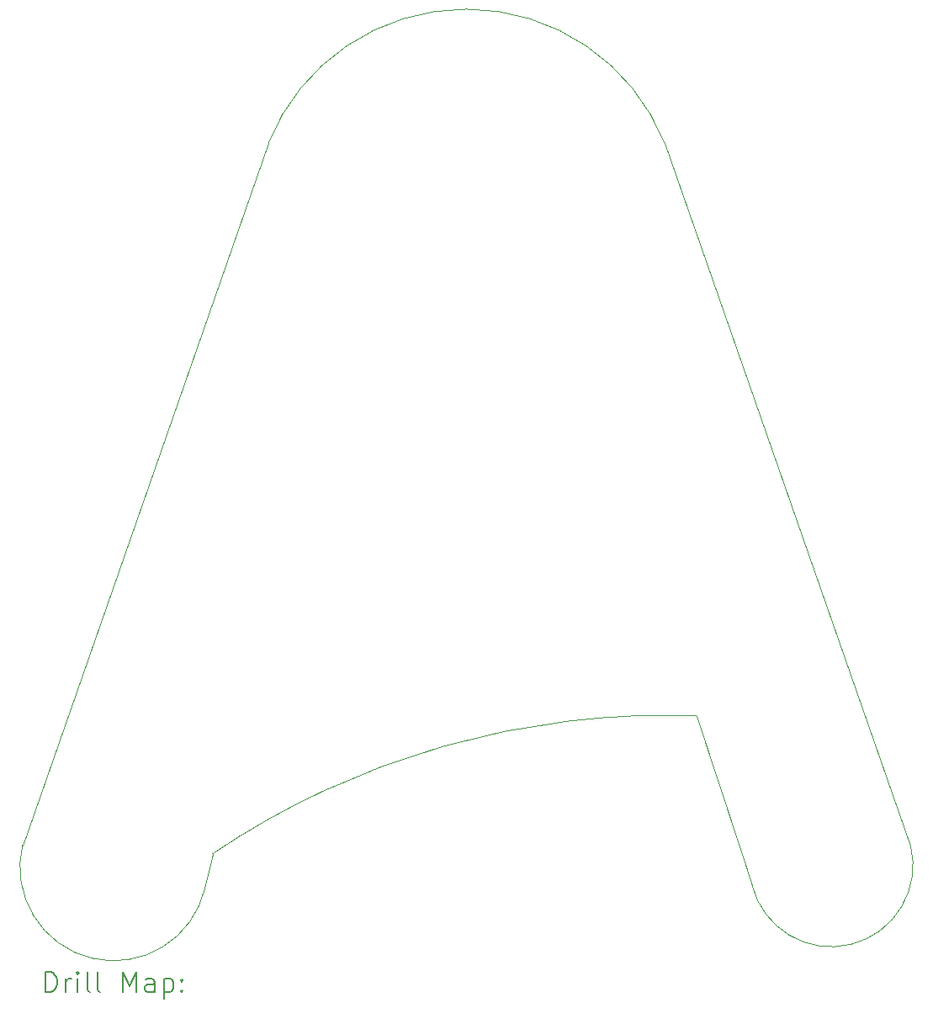
<source format=gbr>
%TF.GenerationSoftware,KiCad,Pcbnew,9.0.1*%
%TF.CreationDate,2025-05-23T23:34:19-04:00*%
%TF.ProjectId,logic01,6c6f6769-6330-4312-9e6b-696361645f70,rev?*%
%TF.SameCoordinates,Original*%
%TF.FileFunction,Drillmap*%
%TF.FilePolarity,Positive*%
%FSLAX45Y45*%
G04 Gerber Fmt 4.5, Leading zero omitted, Abs format (unit mm)*
G04 Created by KiCad (PCBNEW 9.0.1) date 2025-05-23 23:34:19*
%MOMM*%
%LPD*%
G01*
G04 APERTURE LIST*
%ADD10C,0.050000*%
%ADD11C,0.200000*%
G04 APERTURE END LIST*
D10*
X19480734Y-12895299D02*
G75*
G02*
X17884734Y-13294299I-798000J-199500D01*
G01*
X12455263Y-12982170D02*
G75*
G02*
X17323948Y-11594696I4551670J-6736028D01*
G01*
X17323948Y-11594696D02*
X17765034Y-12935199D01*
X12378534Y-13334199D02*
X12455263Y-12982170D01*
X17884734Y-13294299D02*
X17765034Y-12935199D01*
X17006934Y-5832999D02*
X19480734Y-12895299D01*
X13016934Y-5832999D02*
G75*
G02*
X17006934Y-5832999I1995000J-798000D01*
G01*
X12378534Y-13334199D02*
G75*
G02*
X10543135Y-12895299I-917700J219449D01*
G01*
X13016934Y-5832999D02*
X10543134Y-12895299D01*
D11*
X10775537Y-14372307D02*
X10775537Y-14172307D01*
X10775537Y-14172307D02*
X10823156Y-14172307D01*
X10823156Y-14172307D02*
X10851728Y-14181831D01*
X10851728Y-14181831D02*
X10870776Y-14200879D01*
X10870776Y-14200879D02*
X10880299Y-14219926D01*
X10880299Y-14219926D02*
X10889823Y-14258021D01*
X10889823Y-14258021D02*
X10889823Y-14286593D01*
X10889823Y-14286593D02*
X10880299Y-14324688D01*
X10880299Y-14324688D02*
X10870776Y-14343736D01*
X10870776Y-14343736D02*
X10851728Y-14362783D01*
X10851728Y-14362783D02*
X10823156Y-14372307D01*
X10823156Y-14372307D02*
X10775537Y-14372307D01*
X10975537Y-14372307D02*
X10975537Y-14238974D01*
X10975537Y-14277069D02*
X10985061Y-14258021D01*
X10985061Y-14258021D02*
X10994585Y-14248498D01*
X10994585Y-14248498D02*
X11013633Y-14238974D01*
X11013633Y-14238974D02*
X11032680Y-14238974D01*
X11099347Y-14372307D02*
X11099347Y-14238974D01*
X11099347Y-14172307D02*
X11089823Y-14181831D01*
X11089823Y-14181831D02*
X11099347Y-14191355D01*
X11099347Y-14191355D02*
X11108871Y-14181831D01*
X11108871Y-14181831D02*
X11099347Y-14172307D01*
X11099347Y-14172307D02*
X11099347Y-14191355D01*
X11223156Y-14372307D02*
X11204109Y-14362783D01*
X11204109Y-14362783D02*
X11194585Y-14343736D01*
X11194585Y-14343736D02*
X11194585Y-14172307D01*
X11327918Y-14372307D02*
X11308871Y-14362783D01*
X11308871Y-14362783D02*
X11299347Y-14343736D01*
X11299347Y-14343736D02*
X11299347Y-14172307D01*
X11556490Y-14372307D02*
X11556490Y-14172307D01*
X11556490Y-14172307D02*
X11623156Y-14315164D01*
X11623156Y-14315164D02*
X11689823Y-14172307D01*
X11689823Y-14172307D02*
X11689823Y-14372307D01*
X11870775Y-14372307D02*
X11870775Y-14267545D01*
X11870775Y-14267545D02*
X11861252Y-14248498D01*
X11861252Y-14248498D02*
X11842204Y-14238974D01*
X11842204Y-14238974D02*
X11804109Y-14238974D01*
X11804109Y-14238974D02*
X11785061Y-14248498D01*
X11870775Y-14362783D02*
X11851728Y-14372307D01*
X11851728Y-14372307D02*
X11804109Y-14372307D01*
X11804109Y-14372307D02*
X11785061Y-14362783D01*
X11785061Y-14362783D02*
X11775537Y-14343736D01*
X11775537Y-14343736D02*
X11775537Y-14324688D01*
X11775537Y-14324688D02*
X11785061Y-14305640D01*
X11785061Y-14305640D02*
X11804109Y-14296117D01*
X11804109Y-14296117D02*
X11851728Y-14296117D01*
X11851728Y-14296117D02*
X11870775Y-14286593D01*
X11966014Y-14238974D02*
X11966014Y-14438974D01*
X11966014Y-14248498D02*
X11985061Y-14238974D01*
X11985061Y-14238974D02*
X12023156Y-14238974D01*
X12023156Y-14238974D02*
X12042204Y-14248498D01*
X12042204Y-14248498D02*
X12051728Y-14258021D01*
X12051728Y-14258021D02*
X12061252Y-14277069D01*
X12061252Y-14277069D02*
X12061252Y-14334212D01*
X12061252Y-14334212D02*
X12051728Y-14353259D01*
X12051728Y-14353259D02*
X12042204Y-14362783D01*
X12042204Y-14362783D02*
X12023156Y-14372307D01*
X12023156Y-14372307D02*
X11985061Y-14372307D01*
X11985061Y-14372307D02*
X11966014Y-14362783D01*
X12146966Y-14353259D02*
X12156490Y-14362783D01*
X12156490Y-14362783D02*
X12146966Y-14372307D01*
X12146966Y-14372307D02*
X12137442Y-14362783D01*
X12137442Y-14362783D02*
X12146966Y-14353259D01*
X12146966Y-14353259D02*
X12146966Y-14372307D01*
X12146966Y-14248498D02*
X12156490Y-14258021D01*
X12156490Y-14258021D02*
X12146966Y-14267545D01*
X12146966Y-14267545D02*
X12137442Y-14258021D01*
X12137442Y-14258021D02*
X12146966Y-14248498D01*
X12146966Y-14248498D02*
X12146966Y-14267545D01*
M02*

</source>
